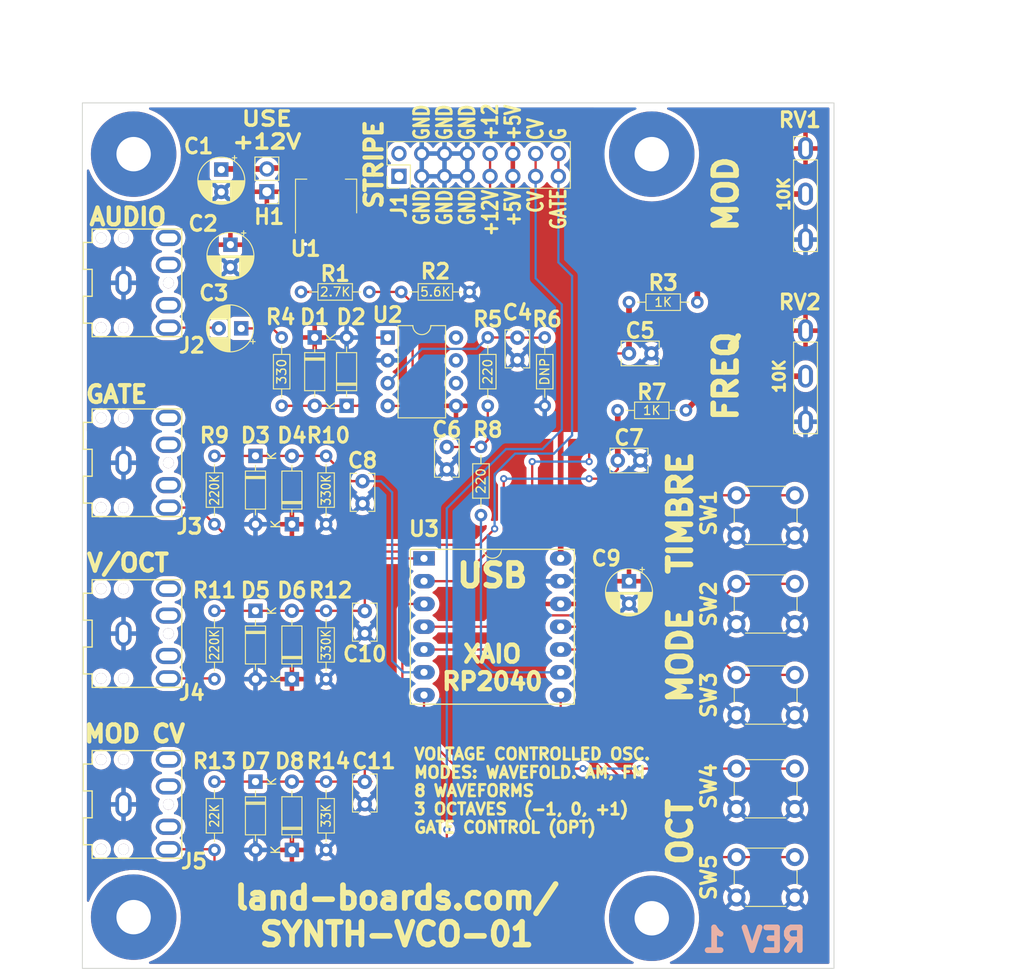
<source format=kicad_pcb>
(kicad_pcb (version 20211014) (generator pcbnew)
  (title_block (title "VOLTAGE CONTROLLED OSC") (date "2022-09-21") (rev "1") (company "LAND BOARDS, LLC"))
  (layers (0 "F.Cu" signal) (31 "B.Cu" signal) (34 "B.Paste" user) (35 "F.Paste" user) (36 "B.SilkS" user "B.Silkscreen") (37 "F.SilkS" user "F.Silkscreen") (38 "B.Mask" user) (39 "F.Mask" user) (44 "Edge.Cuts" user))
  (net 0 "")
  (net 1 "GND")
  (net 2 "+3V3")
  (net 4 "+5V")
  (net 5 "Net-(C3-Pad2)")
  (net 6 "/GATE_CTL")
  (net 7 "/FREQ_POT")
  (net 8 "/VPEROCT_CV")
  (net 9 "/MOD_POT")
  (net 10 "/MOD_CV")
  (net 11 "Net-(D1-Pad2)")
  (net 12 "/PRE_FILT")
  (net 13 "/AUD_OUT")
  (net 14 "/TIMBRE_PB")
  (net 15 "/MODE_UP_PB")
  (net 16 "/MODE_DN_PB")
  (net 18 "+12V")
  (net 19 "/CV")
  (net 20 "/GATE")
  (net 21 "/OCT_UP_PB")
  (net 22 "Net-(C1-Pad1)")
  (net 23 "Net-(C6-Pad1)")
  (net 24 "/OCT_DN_PB")
  (net 29 "/WAV")
  (net 30 "/V_OCT")
  (net 31 "Net-(R1-Pad1)")
  (net 32 "Net-(R3-Pad1)")
  (net 33 "Net-(R7-Pad1)")
  (footprint "Capacitor_THT:CP_Radial_D5.0mm_P2.50mm" (layer "F.Cu") (at 102.87 38.672888 -90)
    (fp_text reference "C2" (at -2.350888 3.048 180) (layer "F.SilkS") (effects (font (size 1.651 1.651) (thickness 0.34925))))
    (fp_text value "10uF")
    (pad "1" thru_hole rect (at 0 0 270) (size 1.6 1.6) (drill 0.8) (layers *.Cu *.Mask) (net 4 "+5V"))
    (pad "2" thru_hole circle (at 2.5 0 270) (size 1.6 1.6) (drill 0.8) (layers *.Cu *.Mask) (net 1 "GND"))
  )
  (footprint "Resistor_THT:R_Axial_DIN0204_L3.6mm_D1.6mm_P7.62mm_Horizontal" (layer "F.Cu") (at 101.092 69.85 90)
    (fp_text reference "R9" (at 9.906 0 180) (layer "F.SilkS") (effects (font (size 1.651 1.651) (thickness 0.34925))))
    (fp_text value "220K" (at 3.81 0 90) (layer "F.SilkS") (effects (font (size 1 0.889))))
    (pad "1" thru_hole circle (at 0 0 90) (size 1.4 1.4) (drill 0.7) (layers *.Cu *.Mask) (net 20 "/GATE"))
    (pad "2" thru_hole oval (at 7.62 0 90) (size 1.4 1.4) (drill 0.7) (layers *.Cu *.Mask) (net 6 "/GATE_CTL"))
  )
  (footprint "Capacitor_THT:CP_Radial_D5.0mm_P2.50mm" (layer "F.Cu") (at 147.32 76.2 -90)
    (fp_text reference "C9" (at -2.54 2.54 180) (layer "F.SilkS") (effects (font (size 1.651 1.651) (thickness 0.34925))))
    (fp_text value "10uF")
    (pad "1" thru_hole rect (at 0 0 270) (size 1.6 1.6) (drill 0.8) (layers *.Cu *.Mask) (net 2 "+3V3"))
    (pad "2" thru_hole circle (at 2.5 0 270) (size 1.6 1.6) (drill 0.8) (layers *.Cu *.Mask) (net 1 "GND"))
  )
  (footprint "Diode_THT:D_DO-35_SOD27_P7.62mm_Horizontal" (layer "F.Cu") (at 115.824 56.642 90)
    (fp_text reference "D2" (at 9.906 0.508) (layer "F.SilkS") (effects (font (size 1.651 1.651) (thickness 0.34925))))
    (fp_text value "BAT41")
    (fp_text user "K" (at 0 -1.8 90) (layer "F.SilkS"))
    (pad "1" thru_hole rect (at 0 0 90) (size 1.6 1.6) (drill 0.8) (layers *.Cu *.Mask) (net 11 "Net-(D1-Pad2)"))
    (pad "2" thru_hole oval (at 7.62 0 90) (size 1.6 1.6) (drill 0.8) (layers *.Cu *.Mask) (net 1 "GND"))
  )
  (footprint "LandBoards_MountHoles:MTG-6-32" (layer "F.Cu") (at 92.075 113.665)
    (fp_text reference "MTG2" hide)
    (fp_text value "MountingHole" hide)
    (pad "1" thru_hole circle locked (at 0 0) (size 9.525 9.525) (drill 3.8354) (layers *.Cu *.Mask) (clearance 0.508))
  )
  (footprint "LandBoards_Conns:Pot3" (layer "F.Cu") (at 167.005 48.26)
    (fp_text reference "RV2" (at -0.635 -3.175) (layer "F.SilkS") (effects (font (size 1.651 1.651) (thickness 0.34925))))
    (fp_text value "10K" (at -2.921 5.08 90) (layer "F.SilkS") (effects (font (size 1.27 1.27) (thickness 0.3175))))
    (pad "1" thru_hole oval locked (at 0 0) (size 1.651 2.54) (drill oval 0.762 1.778) (layers *.Cu *.Mask) (net 2 "+3V3"))
    (pad "2" thru_hole oval locked (at 0 5.08) (size 1.651 2.54) (drill oval 0.762 1.778) (layers *.Cu *.Mask) (net 33 "Net-(R7-Pad1)"))
    (pad "3" thru_hole oval locked (at 0 10.16) (size 1.651 2.54) (drill oval 0.762 1.778) (layers *.Cu *.Mask) (net 1 "GND"))
  )
  (footprint "Diode_THT:D_DO-35_SOD27_P7.62mm_Horizontal" (layer "F.Cu") (at 109.728 87.122 90)
    (fp_text reference "D6" (at 9.906 0) (layer "F.SilkS") (effects (font (size 1.651 1.651) (thickness 0.34925))))
    (fp_text value "BAT41")
    (fp_text user "K" (at 0 -1.8 90) (layer "F.SilkS"))
    (pad "1" thru_hole rect (at 0 0 90) (size 1.6 1.6) (drill 0.8) (layers *.Cu *.Mask) (net 2 "+3V3"))
    (pad "2" thru_hole oval (at 7.62 0 90) (size 1.6 1.6) (drill 0.8) (layers *.Cu *.Mask) (net 8 "/VPEROCT_CV"))
  )
  (footprint "Diode_THT:D_DO-35_SOD27_P7.62mm_Horizontal" (layer "F.Cu") (at 109.728 106.172 90)
    (fp_text reference "D8" (at 9.906 -0.254 180) (layer "F.SilkS") (effects (font (size 1.651 1.651) (thickness 0.34925))))
    (fp_text value "BAT41")
    (fp_text user "K" (at 0 -1.8 90) (layer "F.SilkS"))
    (pad "1" thru_hole rect (at 0 0 90) (size 1.6 1.6) (drill 0.8) (layers *.Cu *.Mask) (net 2 "+3V3"))
    (pad "2" thru_hole oval (at 7.62 0 90) (size 1.6 1.6) (drill 0.8) (layers *.Cu *.Mask) (net 10 "/MOD_CV"))
  )
  (footprint "LandBoards_MountHoles:MTG-6-32" (layer "F.Cu") (at 149.86 28.575)
    (fp_text reference "MTG3" hide)
    (fp_text value "MountingHole" hide)
    (pad "1" thru_hole circle locked (at 0 0) (size 9.525 9.525) (drill 3.8354) (layers *.Cu *.Mask) (clearance 0.508))
  )
  (footprint "Button_Switch_THT:SW_PUSH_6mm_H8.5mm" (layer "F.Cu") (at 159.31 76.49)
    (fp_text reference "SW2" (at -3.1 2.25 90) (layer "F.SilkS") (effects (font (size 1.651 1.651) (thickness 0.34925))))
    (fp_text value "SW_Push")
    (pad "1" thru_hole circle (at 6.5 0 90) (size 2 2) (drill 1.1) (layers *.Cu *.Mask) (net 15 "/MODE_UP_PB"))
    (pad "1" thru_hole circle (at 0 0 90) (size 2 2) (drill 1.1) (layers *.Cu *.Mask) (net 15 "/MODE_UP_PB"))
    (pad "2" thru_hole circle (at 0 4.5 90) (size 2 2) (drill 1.1) (layers *.Cu *.Mask) (net 1 "GND"))
    (pad "2" thru_hole circle (at 6.5 4.5 90) (size 2 2) (drill 1.1) (layers *.Cu *.Mask) (net 1 "GND"))
  )
  (footprint "Diode_THT:D_DO-35_SOD27_P7.62mm_Horizontal" (layer "F.Cu") (at 105.664 79.502 -90)
    (fp_text reference "D5" (at -2.286 0) (layer "F.SilkS") (effects (font (size 1.651 1.651) (thickness 0.34925))))
    (fp_text value "BAT41")
    (fp_text user "K" (at 0 -1.8 90) (layer "F.SilkS"))
    (pad "1" thru_hole rect (at 0 0 270) (size 1.6 1.6) (drill 0.8) (layers *.Cu *.Mask) (net 8 "/VPEROCT_CV"))
    (pad "2" thru_hole oval (at 7.62 0 270) (size 1.6 1.6) (drill 0.8) (layers *.Cu *.Mask) (net 1 "GND"))
  )
  (footprint "Button_Switch_THT:SW_PUSH_6mm_H8.5mm" (layer "F.Cu") (at 165.81 71.12 180)
    (fp_text reference "SW1" (at 9.6 2.54 90) (layer "F.SilkS") (effects (font (size 1.651 1.651) (thickness 0.34925))))
    (fp_text value "SW_Push")
    (pad "1" thru_hole circle (at 0 0 270) (size 2 2) (drill 1.1) (layers *.Cu *.Mask) (net 1 "GND"))
    (pad "1" thru_hole circle (at 6.5 0 270) (size 2 2) (drill 1.1) (layers *.Cu *.Mask) (net 1 "GND"))
    (pad "2" thru_hole circle (at 0 4.5 270) (size 2 2) (drill 1.1) (layers *.Cu *.Mask) (net 14 "/TIMBRE_PB"))
    (pad "2" thru_hole circle (at 6.5 4.5 270) (size 2 2) (drill 1.1) (layers *.Cu *.Mask) (net 14 "/TIMBRE_PB"))
  )
  (footprint "Resistor_THT:R_Axial_DIN0204_L3.6mm_D1.6mm_P7.62mm_Horizontal" (layer "F.Cu") (at 101.092 106.172 90)
    (fp_text reference "R13" (at 9.906 0 180) (layer "F.SilkS") (effects (font (size 1.651 1.651) (thickness 0.34925))))
    (fp_text value "22K" (at 3.81 0 90) (layer "F.SilkS") (effects (font (size 1 0.889))))
    (pad "1" thru_hole circle (at 0 0 90) (size 1.4 1.4) (drill 0.7) (layers *.Cu *.Mask) (net 19 "/CV"))
    (pad "2" thru_hole oval (at 7.62 0 90) (size 1.4 1.4) (drill 0.7) (layers *.Cu *.Mask) (net 10 "/MOD_CV"))
  )
  (footprint "Resistor_THT:R_Axial_DIN0204_L3.6mm_D1.6mm_P7.62mm_Horizontal" (layer "F.Cu") (at 154.94 45.085 180)
    (fp_text reference "R3" (at 3.81 2.159) (layer "F.SilkS") (effects (font (size 1.651 1.651) (thickness 0.34925))))
    (fp_text value "1K" (at 3.81 0) (layer "F.SilkS"))
    (pad "1" thru_hole circle (at 0 0 180) (size 1.4 1.4) (drill 0.7) (layers *.Cu *.Mask) (net 32 "Net-(R3-Pad1)"))
    (pad "2" thru_hole oval (at 7.62 0 180) (size 1.4 1.4) (drill 0.7) (layers *.Cu *.Mask) (net 9 "/MOD_POT"))
  )
  (footprint "Resistor_THT:R_Axial_DIN0204_L3.6mm_D1.6mm_P7.62mm_Horizontal" (layer "F.Cu") (at 118.364 43.942 180)
    (fp_text reference "R1" (at 3.81 2.032) (layer "F.SilkS") (effects (font (size 1.651 1.651) (thickness 0.34925))))
    (fp_text value "2.7K" (at 3.81 0) (layer "F.SilkS"))
    (pad "1" thru_hole circle (at 0 0 180) (size 1.4 1.4) (drill 0.7) (layers *.Cu *.Mask) (net 31 "Net-(R1-Pad1)"))
    (pad "2" thru_hole oval (at 7.62 0 180) (size 1.4 1.4) (drill 0.7) (layers *.Cu *.Mask) (net 11 "Net-(D1-Pad2)"))
  )
  (footprint "LandBoards_Conns:Jack_3.5mm_CUI_SJ1-3523N_Horizontal" (layer "F.Cu") (at 90.948 101.092 90)
    (fp_text reference "J5" (at -6.35 7.858 180) (layer "F.SilkS") (effects (font (size 1.651 1.651) (thickness 0.34925))))
    (fp_text value "AudioJack3" hide)
    (pad "90" thru_hole circle (at -5 -2.5 90) (size 1.2 1.2) (drill 1.2) (layers *.Cu *.Mask))
    (pad "90" thru_hole circle (at 0 5 90) (size 1.2 1.2) (drill 1.2) (layers *.Cu *.Mask))
    (pad "90" thru_hole circle (at 5 -2.5 90) (size 1.2 1.2) (drill 1.2) (layers *.Cu *.Mask))
    (pad "90" thru_hole circle (at 5 0 90) (size 1.2 1.2) (drill 1.2) (layers *.Cu *.Mask))
    (pad "90" thru_hole circle (at -5 0 90) (size 1.2 1.2) (drill 1.2) (layers *.Cu *.Mask))
    (pad "R" thru_hole oval (at 5 5 180) (size 2.8 1.8) (drill oval 2 1) (layers *.Cu *.Mask))
    (pad "RN" thru_hole oval (at 2 5 180) (size 2.8 1.8) (drill oval 2 1) (layers *.Cu *.Mask))
    (pad "S" thru_hole oval (at 0 0 90) (size 2.8 1.8) (drill oval 2 1) (layers *.Cu *.Mask) (net 1 "GND"))
    (pad "T" thru_hole oval (at -5 5 180) (size 2.8 1.8) (drill oval 2 1) (layers *.Cu *.Mask) (net 19 "/CV"))
    (pad "TN" thru_hole oval (at -2.5 5 180) (size 2.8 1.8) (drill oval 2 1) (layers *.Cu *.Mask))
  )
  (footprint "Capacitor_THT:C_Rect_L4.0mm_W2.5mm_P2.50mm" (layer "F.Cu") (at 117.602 65.044 -90)
    (fp_text reference "C8" (at -2.306 0 180) (layer "F.SilkS") (effects (font (size 1.651 1.651) (thickness 0.34925))))
    (fp_text value "0.01uF")
    (pad "1" thru_hole circle (at 0 0 270) (size 1.6 1.6) (drill 0.8) (layers *.Cu *.Mask) (net 6 "/GATE_CTL"))
    (pad "2" thru_hole circle (at 2.5 0 270) (size 1.6 1.6) (drill 0.8) (layers *.Cu *.Mask) (net 1 "GND"))
  )
  (footprint "Capacitor_THT:C_Rect_L4.0mm_W2.5mm_P2.50mm" (layer "F.Cu") (at 117.856 79.522 -90)
    (fp_text reference "C10" (at 4.806 0) (layer "F.SilkS") (effects (font (size 1.651 1.651) (thickness 0.34925))))
    (fp_text value "0.01uF")
    (pad "1" thru_hole circle (at 0 0 270) (size 1.6 1.6) (drill 0.8) (layers *.Cu *.Mask) (net 8 "/VPEROCT_CV"))
    (pad "2" thru_hole circle (at 2.5 0 270) (size 1.6 1.6) (drill 0.8) (layers *.Cu *.Mask) (net 1 "GND"))
  )
  (footprint "Button_Switch_THT:SW_PUSH_6mm_H8.5mm" (layer "F.Cu") (at 165.81 101.6 180)
    (fp_text reference "SW4" (at 9.6 2.54 90) (layer "F.SilkS") (effects (font (size 1.651 1.651) (thickness 0.34925))))
    (fp_text value "SW_Push")
    (pad "1" thru_hole circle (at 6.5 0 270) (size 2 2) (drill 1.1) (layers *.Cu *.Mask) (net 1 "GND"))
    (pad "1" thru_hole circle (at 0 0 270) (size 2 2) (drill 1.1) (layers *.Cu *.Mask) (net 1 "GND"))
    (pad "2" thru_hole circle (at 6.5 4.5 270) (size 2 2) (drill 1.1) (layers *.Cu *.Mask) (net 21 "/OCT_UP_PB"))
    (pad "2" thru_hole circle (at 0 4.5 270) (size 2 2) (drill 1.1) (layers *.Cu *.Mask) (net 21 "/OCT_UP_PB"))
  )
  (footprint "Diode_THT:D_DO-35_SOD27_P7.62mm_Horizontal" (layer "F.Cu") (at 105.664 62.23 -90)
    (fp_text reference "D3" (at -2.286 0 180) (layer "F.SilkS") (effects (font (size 1.651 1.651) (thickness 0.34925))))
    (fp_text value "BAT41")
    (fp_text user "K" (at 0 -1.8 90) (layer "F.SilkS"))
    (pad "1" thru_hole rect (at 0 0 270) (size 1.6 1.6) (drill 0.8) (layers *.Cu *.Mask) (net 6 "/GATE_CTL"))
    (pad "2" thru_hole oval (at 7.62 0 270) (size 1.6 1.6) (drill 0.8) (layers *.Cu *.Mask) (net 1 "GND"))
  )
  (footprint "Capacitor_THT:C_Rect_L4.0mm_W2.5mm_P2.50mm" (layer "F.Cu") (at 127 61.234 -90)
    (fp_text reference "C6" (at -1.945 0 180) (layer "F.SilkS") (effects (font (size 1.651 1.651) (thickness 0.34925))))
    (fp_text value "10nF")
    (pad "1" thru_hole circle (at 0 0 270) (size 1.6 1.6) (drill 0.8) (layers *.Cu *.Mask) (net 23 "Net-(C6-Pad1)"))
    (pad "2" thru_hole circle (at 2.5 0 270) (size 1.6 1.6) (drill 0.8) (layers *.Cu *.Mask) (net 1 "GND"))
  )
  (footprint "Resistor_THT:R_Axial_DIN0204_L3.6mm_D1.6mm_P7.62mm_Horizontal" (layer "F.Cu") (at 131.572 56.642 90)
    (fp_text reference "R5" (at 9.652 0 180) (layer "F.SilkS") (effects (font (size 1.651 1.651) (thickness 0.34925))))
    (fp_text value "220" (at 3.81 0 90) (layer "F.SilkS"))
    (pad "1" thru_hole circle (at 0 0 90) (size 1.4 1.4) (drill 0.7) (layers *.Cu *.Mask) (net 23 "Net-(C6-Pad1)"))
    (pad "2" thru_hole oval (at 7.62 0 90) (size 1.4 1.4) (drill 0.7) (layers *.Cu *.Mask) (net 12 "/PRE_FILT"))
  )
  (footprint "Resistor_THT:R_Axial_DIN0204_L3.6mm_D1.6mm_P7.62mm_Horizontal" (layer "F.Cu") (at 113.538 69.85 90)
    (fp_text reference "R10" (at 9.906 0.254 180) (layer "F.SilkS") (effects (font (size 1.651 1.651) (thickness 0.34925))))
    (fp_text value "330K" (at 3.81 0 90) (layer "F.SilkS") (effects (font (size 1 0.889))))
    (pad "1" thru_hole circle (at 0 0 90) (size 1.4 1.4) (drill 0.7) (layers *.Cu *.Mask) (net 1 "GND"))
    (pad "2" thru_hole oval (at 7.62 0 90) (size 1.4 1.4) (drill 0.7) (layers *.Cu *.Mask) (net 6 "/GATE_CTL"))
  )
  (footprint "Resistor_THT:R_Axial_DIN0204_L3.6mm_D1.6mm_P7.62mm_Horizontal" (layer "F.Cu") (at 101.092 87.122 90)
    (fp_text reference "R11" (at 9.906 0) (layer "F.SilkS") (effects (font (size 1.651 1.651) (thickness 0.34925))))
    (fp_text value "220K" (at 3.81 0 90) (layer "F.SilkS") (effects (font (size 1 0.889))))
    (pad "1" thru_hole circle (at 0 0 90) (size 1.4 1.4) (drill 0.7) (layers *.Cu *.Mask) (net 30 "/V_OCT"))
    (pad "2" thru_hole oval (at 7.62 0 90) (size 1.4 1.4) (drill 0.7) (layers *.Cu *.Mask) (net 8 "/VPEROCT_CV"))
  )
  (footprint "Capacitor_THT:C_Rect_L4.0mm_W2.5mm_P2.50mm" (layer "F.Cu") (at 117.856 98.572 -90)
    (fp_text reference "C11" (at -2.306 -1.016 180) (layer "F.SilkS") (effects (font (size 1.651 1.651) (thickness 0.34925))))
    (fp_text value "0.01uF")
    (pad "1" thru_hole circle (at 0 0 270) (size 1.6 1.6) (drill 0.8) (layers *.Cu *.Mask) (net 10 "/MOD_CV"))
    (pad "2" thru_hole circle (at 2.5 0 270) (size 1.6 1.6) (drill 0.8) (layers *.Cu *.Mask) (net 1 "GND"))
  )
  (footprint "Diode_THT:D_DO-35_SOD27_P7.62mm_Horizontal" (layer "F.Cu") (at 112.268 49.022 -90)
    (fp_text reference "D1" (at -2.286 0) (layer "F.SilkS") (effects (font (size 1.651 1.651) (thickness 0.34925))))
    (fp_text value "BAT41")
    (fp_text user "K" (at 0 -1.8 90) (layer "F.SilkS"))
    (pad "1" thru_hole rect (at 0 0 270) (size 1.6 1.6) (drill 0.8) (layers *.Cu *.Mask) (net 4 "+5V"))
    (pad "2" thru_hole oval (at 7.62 0 270) (size 1.6 1.6) (drill 0.8) (layers *.Cu *.Mask) (net 11 "Net-(D1-Pad2)"))
  )
  (footprint "Button_Switch_THT:SW_PUSH_6mm_H8.5mm" (layer "F.Cu") (at 159.31 86.65)
    (fp_text reference "SW3" (at -3.1 2.25 90) (layer "F.SilkS") (effects (font (size 1.651 1.651) (thickness 0.34925))))
    (fp_text value "SW_Push")
    (pad "1" thru_hole circle (at 0 0 90) (size 2 2) (drill 1.1) (layers *.Cu *.Mask) (net 16 "/MODE_DN_PB"))
    (pad "1" thru_hole circle (at 6.5 0 90) (size 2 2) (drill 1.1) (layers *.Cu *.Mask) (net 16 "/MODE_DN_PB"))
    (pad "2" thru_hole circle (at 0 4.5 90) (size 2 2) (drill 1.1) (layers *.Cu *.Mask) (net 1 "GND"))
    (pad "2" thru_hole circle (at 6.5 4.5 90) (size 2 2) (drill 1.1) (layers *.Cu *.Mask) (net 1 "GND"))
  )
  (footprint "Diode_THT:D_DO-35_SOD27_P7.62mm_Horizontal" (layer "F.Cu") (at 105.664 98.552 -90)
    (fp_text reference "D7" (at -2.286 0 180) (layer "F.SilkS") (effects (font (size 1.651 1.651) (thickness 0.34925))))
    (fp_text value "BAT41")
    (fp_text user "K" (at 0 -1.8 90) (layer "F.SilkS"))
    (pad "1" thru_hole rect (at 0 0 270) (size 1.6 1.6) (drill 0.8) (layers *.Cu *.Mask) (net 10 "/MOD_CV"))
    (pad "2" thru_hole oval (at 7.62 0 270) (size 1.6 1.6) (drill 0.8) (layers *.Cu *.Mask) (net 1 "GND"))
  )
  (footprint "Package_DIP:DIP-8_W7.62mm" (layer "F.Cu") (at 120.406 49.032)
    (fp_text reference "U2" (at -0.01 -2.55) (layer "F.SilkS") (effects (font (size 1.651 1.651) (thickness 0.34925))))
    (fp_text value "MCP6232")
    (pad "1" thru_hole rect (at 0 0) (size 1.6 1.6) (drill 0.8) (layers *.Cu *.Mask) (net 11 "Net-(D1-Pad2)"))
    (pad "2" thru_hole oval (at 0 2.54) (size 1.6 1.6) (drill 0.8) (layers *.Cu *.Mask) (net 1 "GND"))
    (pad "3" thru_hole oval (at 0 5.08) (size 1.6 1.6) (drill 0.8) (layers *.Cu *.Mask) (net 12 "/PRE_FILT"))
    (pad "4" thru_hole oval (at 0 7.62) (size 1.6 1.6) (drill 0.8) (layers *.Cu *.Mask) (net 31 "Net-(R1-Pad1)"))
    (pad "5" thru_hole oval (at 7.62 7.62) (size 1.6 1.6) (drill 0.8) (layers *.Cu *.Mask) (net 4 "+5V"))
    (pad "6" thru_hole oval (at 7.62 5.08) (size 1.6 1.6) (drill 0.8) (layers *.Cu *.Mask))
    (pad "7" thru_hole oval (at 7.62 2.54) (size 1.6 1.6) (drill 0.8) (layers *.Cu *.Mask))
    (pad "8" thru_hole oval (at 7.62 0) (size 1.6 1.6) (drill 0.8) (layers *.Cu *.Mask))
  )
  (footprint "Resistor_THT:R_Axial_DIN0204_L3.6mm_D1.6mm_P7.62mm_Horizontal" (layer "F.Cu") (at 108.585 49.022 -90)
    (fp_text reference "R4" (at -2.286 0.127) (layer "F.SilkS") (effects (font (size 1.651 1.651) (thickness 0.34925))))
    (fp_text value "330" (at 3.81 0 90) (layer "F.SilkS"))
    (pad "1" thru_hole circle (at 0 0 270) (size 1.4 1.4) (drill 0.7) (layers *.Cu *.Mask) (net 13 "/AUD_OUT"))
    (pad "2" thru_hole oval (at 7.62 0 270) (size 1.4 1.4) (drill 0.7) (layers *.Cu *.Mask) (net 11 "Net-(D1-Pad2)"))
  )
  (footprint "Diode_THT:D_DO-35_SOD27_P7.62mm_Horizontal" (layer "F.Cu") (at 109.728 69.85 90)
    (fp_text reference "D4" (at 9.906 0 180) (layer "F.SilkS") (effects (font (size 1.651 1.651) (thickness 0.34925))))
    (fp_text value "BAT41")
    (fp_text user "K" (at 0 -1.8 90) (layer "F.SilkS"))
    (pad "1" thru_hole rect (at 0 0 90) (size 1.6 1.6) (drill 0.8) (layers *.Cu *.Mask) (net 2 "+3V3"))
    (pad "2" thru_hole oval (at 7.62 0 90) (size 1.6 1.6) (drill 0.8) (layers *.Cu *.Mask) (net 6 "/GATE_CTL"))
  )
  (footprint "Capacitor_THT:C_Rect_L4.0mm_W2.5mm_P2.50mm" (layer "F.Cu") (at 134.874 49.042 -90)
    (fp_text reference "C4" (at -2.814 0 180) (layer "F.SilkS") (effects (font (size 1.651 1.651) (thickness 0.34925))))
    (fp_text value "10nF")
    (pad "1" thru_hole circle (at 0 0 270) (size 1.6 1.6) (drill 0.8) (layers *.Cu *.Mask) (net 12 "/PRE_FILT"))
    (pad "2" thru_hole circle (at 2.5 0 270) (size 1.6 1.6) (drill 0.8) (layers *.Cu *.Mask) (net 1 "GND"))
  )
  (footprint "Connector_PinHeader_2.54mm:PinHeader_2x08_P2.54mm_Vertical" (layer "F.Cu") (at 121.666 31.05 90)
    (fp_text reference "J1" (at -3.24 0 270) (layer "F.SilkS") (effects (font (size 1.5875 1.5875) (thickness 0.34925))))
    (fp_text value "Conn_02x08_Odd_Even")
    (pad "1" thru_hole rect (at 0 0 90) (size 1.7 1.7) (drill 1) (layers *.Cu *.Mask))
    (pad "2" thru_hole oval (at 2.54 0 90) (size 1.7 1.7) (drill 1) (layers *.Cu *.Mask))
    (pad "3" thru_hole oval (at 0 2.54 90) (size 1.7 1.7) (drill 1) (layers *.Cu *.Mask) (net 1 "GND"))
    (pad "4" thru_hole oval (at 2.54 2.54 90) (size 1.7 1.7) (drill 1) (layers *.Cu *.Mask) (net 1 "GND"))
    (pad "5" thru_hole oval (at 0 5.08 90) (size 1.7 1.7) (drill 1) (layers *.Cu *.Mask) (net 1 "GND"))
    (pad "6" thru_hole oval (at 2.54 5.08 90) (size 1.7 1.7) (drill 1) (layers *.Cu *.Mask) (net 1 "GND"))
    (pad "7" thru_hole oval (at 0 7.62 90) (size 1.7 1.7) (drill 1) (layers *.Cu *.Mask) (net 1 "GND"))
    (pad "8" thru_hole oval (at 2.54 7.62 90) (size 1.7 1.7) (drill 1) (layers *.Cu *.Mask) (net 1 "GND"))
    (pad "9" thru_hole oval (at 0 10.16 90) (size 1.7 1.7) (drill 1) (layers *.Cu *.Mask) (net 18 "+12V"))
    (pad "10" thru_hole oval (at 2.54 10.16 90) (size 1.7 1.7) (drill 1) (layers *.Cu *.Mask) (net 18 "+12V"))
    (pad "11" thru_hole oval (at 0 12.7 90) (size 1.7 1.7) (drill 1) (layers *.Cu *.Mask) (net 4 "+5V"))
    (pad "12" thru_hole oval (at 2.54 12.7 90) (size 1.7 1.7) (drill 1) (layers *.Cu *.Mask) (net 4 "+5V"))
    (pad "13" thru_hole oval (at 0 15.24 90) (size 1.7 1.7) (drill 1) (layers *.Cu *.Mask) (net 19 "/CV"))
    (pad "14" thru_hole oval (at 2.54 15.24 90) (size 1.7 1.7) (drill 1) (layers *.Cu *.Mask) (net 19 "/CV"))
    (pad "15" thru_hole oval (at 0 17.78 90) (size 1.7 1.7) (drill 1) (layers *.Cu *.Mask) (net 20 "/GATE"))
    (pad "16" thru_hole oval (at 2.54 17.78 90) (size 1.7 1.7) (drill 1) (layers *.Cu *.Mask) (net 20 "/GATE"))
  )
  (footprint "Resistor_THT:R_Axial_DIN0204_L3.6mm_D1.6mm_P7.62mm_Horizontal" (layer "F.Cu") (at 153.67 57.15 180)
    (fp_text reference "R7" (at 3.81 2.032) (layer "F.SilkS") (effects (font (size 1.651 1.651) (thickness 0.34925))))
    (fp_text value "1K" (at 3.81 0) (layer "F.SilkS"))
    (pad "1" thru_hole circle (at 0 0 180) (size 1.4 1.4) (drill 0.7) (layers *.Cu *.Mask) (net 33 "Net-(R7-Pad1)"))
    (pad "2" thru_hole oval (at 7.62 0 180) (size 1.4 1.4) (drill 0.7) (layers *.Cu *.Mask) (net 7 "/FREQ_POT"))
  )
  (footprint "LandBoards_BoardOutlines:QT_Py" (layer "F.Cu") (at 124.46 73.66)
    (fp_text reference "U3" (at 0 -3.302) (layer "F.SilkS") (effects (font (size 1.651 1.651) (thickness 0.34925))))
    (fp_text value "XIAO_RP2040")
    (pad "1" thru_hole rect (at 0 0) (size 2.4 1.6) (drill 0.8) (layers *.Cu *.Mask) (net 8 "/VPEROCT_CV"))
    (pad "2" thru_hole oval (at 0 2.54) (size 2.4 1.6) (drill 0.8) (layers *.Cu *.Mask) (net 7 "/FREQ_POT"))
    (pad "3" thru_hole oval (at 0 5.08) (size 2.4 1.6) (drill 0.8) (layers *.Cu *.Mask) (net 10 "/MOD_CV"))
    (pad "4" thru_hole oval (at 0 7.62) (size 2.4 1.6) (drill 0.8) (layers *.Cu *.Mask) (net 9 "/MOD_POT"))
    (pad "5" thru_hole oval (at 0 10.16) (size 2.4 1.6) (drill 0.8) (layers *.Cu *.Mask) (net 14 "/TIMBRE_PB"))
    (pad "6" thru_hole oval (at 0 12.7) (size 2.4 1.6) (drill 0.8) (layers *.Cu *.Mask) (net 6 "/GATE_CTL"))
    (pad "7" thru_hole oval (at 0 15.24) (size 2.4 1.6) (drill 0.8) (layers *.Cu *.Mask) (net 21 "/OCT_UP_PB"))
    (pad "8" thru_hole oval (at 15.24 15.24) (size 2.4 1.6) (drill 0.8) (layers *.Cu *.Mask) (net 24 "/OCT_DN_PB"))
    (pad "9" thru_hole oval (at 15.24 12.7) (size 2.4 1.6) (drill 0.8) (layers *.Cu *.Mask) (net 29 "/WAV"))
    (pad "10" thru_hole oval (at 15.24 10.16) (size 2.4 1.6) (drill 0.8) (layers *.Cu *.Mask) (net 16 "/MODE_DN_PB"))
    (pad "11" thru_hole oval (at 15.24 7.62) (size 2.4 1.6) (drill 0.8) (layers *.Cu *.Mask) (net 15 "/MODE_UP_PB"))
    (pad "12" thru_hole oval (at 15.24 5.08) (size 2.4 1.6) (drill 0.8) (layers *.Cu *.Mask) (net 2 "+3V3"))
    (pad "13" thru_hole oval (at 15.24 2.54) (size 2.4 1.6) (drill 0.8) (layers *.Cu *.Mask) (net 1 "GND"))
    (pad "14" thru_hole oval (at 15.24 0) (size 2.4 1.6) (drill 0.8) (layers *.Cu *.Mask) (net 4 "+5V"))
  )
  (footprint "Connector_PinHeader_2.54mm:PinHeader_1x02_P2.54mm_Vertical" (layer "F.Cu") (at 106.934 32.771 180)
    (fp_text reference "H1" (at -0.254 -2.789) (layer "F.SilkS") (effects (font (size 1.651 1.651) (thickness 0.34925))))
    (fp_text value "Conn_01x02")
    (pad "1" thru_hole rect (at 0 0 180) (size 1.7 1.7) (drill 1) (layers *.Cu *.Mask) (net 4 "+5V"))
    (pad "2" thru_hole oval (at 0 2.54 180) (size 1.7 1.7) (drill 1) (layers *.Cu *.Mask) (net 22 "Net-(C1-Pad1)"))
  )
  (footprint "LandBoards_MountHoles:MTG-6-32" (layer "F.Cu") (at 149.86 113.792)
    (fp_text reference "MTG4" hide)
    (fp_text value "MountingHole" hide)
    (pad "1" thru_hole circle locked (at 0 0) (size 9.525 9.525) (drill 3.8354) (layers *.Cu *.Mask) (clearance 0.508))
  )
  (footprint "LandBoards_MountHoles:MTG-6-32" (layer "F.Cu") (at 92.075 28.575)
    (fp_text reference "MTG1" hide)
    (fp_text value "MountingHole" hide)
    (pad "1" thru_hole circle locked (at 0 0) (size 9.525 9.525) (drill 3.8354) (layers *.Cu *.Mask) (clearance 0.508))
  )
  (footprint "Resistor_THT:R_Axial_DIN0204_L3.6mm_D1.6mm_P7.62mm_Horizontal" (layer "F.Cu") (at 113.538 106.172 90)
    (fp_text reference "R14" (at 9.906 0.254 180) (layer "F.SilkS") (effects (font (size 1.651 1.651) (thickness 0.34925))))
    (fp_text value "33K" (at 3.81 0 90) (layer "F.SilkS") (effects (font (size 1 0.889))))
    (pad "1" thru_hole circle (at 0 0 90) (size 1.4 1.4) (drill 0.7) (layers *.Cu *.Mask) (net 1 "GND"))
    (pad "2" thru_hole oval (at 7.62 0 90) (size 1.4 1.4) (drill 0.7) (layers *.Cu *.Mask) (net 10 "/MOD_CV"))
  )
  (footprint "Capacitor_THT:C_Rect_L4.0mm_W2.5mm_P2.50mm" (layer "F.Cu") (at 147.32 50.8)
    (fp_text reference "C5" (at 1.25 -2.54) (layer "F.SilkS") (effects (font (size 1.651 1.651) (thickness 0.34925))))
    (fp_text value "0.1uF")
    (pad "1" thru_hole circle (at 0 0) (size 1.6 1.6) (drill 0.8) (layers *.Cu *.Mask) (net 9 "/MOD_POT"))
    (pad "2" thru_hole circle (at 2.5 0) (size 1.6 1.6) (drill 0.8) (layers *.Cu *.Mask) (net 1 "GND"))
  )
  (footprint "Resistor_THT:R_Axial_DIN0204_L3.6mm_D1.6mm_P7.62mm_Horizontal" (layer "F.Cu") (at 129.54 43.942 180)
    (fp_text reference "R2" (at 3.81 2.286) (layer "F.SilkS") (effects (font (size 1.651 1.651) (thickness 0.34925))))
    (fp_text value "5.6K" (at 3.81 0) (layer "F.SilkS"))
    (pad "1" thru_hole circle (at 0 0 180) (size 1.4 1.4) (drill 0.7) (layers *.Cu *.Mask) (net 1 "GND"))
    (pad "2" thru_hole oval (at 7.62 0 180) (size 1.4 1.4) (drill 0.7) (layers *.Cu *.Mask) (net 31 "Net-(R1-Pad1)"))
  )
  (footprint "Button_Switch_THT:SW_PUSH_6mm_H8.5mm" (layer "F.Cu") (at 159.31 106.97)
    (fp_text reference "SW5" (at -3.1 2.25 90) (layer "F.SilkS") (effects (font (size 1.651 1.651) (thickness 0.34925))))
    (fp_text value "SW_Push")
    (pad "1" thru_hole circle (at 6.5 0 90) (size 2 2) (drill 1.1) (layers *.Cu *.Mask) (net 24 "/OCT_DN_PB"))
    (pad "1" thru_hole circle (at 0 0 90) (size 2 2) (drill 1.1) (layers *.Cu *.Mask) (net 24 "/OCT_DN_PB"))
    (pad "2" thru_hole circle (at 6.5 4.5 90) (size 2 2) (drill 1.1) (layers *.Cu *.Mask) (net 1 "GND"))
    (pad "2" thru_hole circle (at 0 4.5 90) (size 2 2) (drill 1.1) (layers *.Cu *.Mask) (net 1 "GND"))
  )
  (footprint "LandBoards_Conns:Pot3" (layer "F.Cu") (at 167.005 27.945)
    (fp_text reference "RV1" (at -0.635 -3.18) (layer "F.SilkS") (effects (font (size 1.651 1.651) (thickness 0.34925))))
    (fp_text value "10K" (at -2.413 5.075 90) (layer "F.SilkS") (effects (font (size 1.27 1.27) (thickness 0.3175))))
    (pad "1" thru_hole oval locked (at 0 0) (size 1.651 2.54) (drill oval 0.762 1.778) (layers *.Cu *.Mask) (net 2 "+3V3"))
    (pad "2" thru_hole oval locked (at 0 5.08) (size 1.651 2.54) (drill oval 0.762 1.778) (layers *.Cu *.Mask) (net 32 "Net-(R3-Pad1)"))
    (pad "3" thru_hole oval locked (at 0 10.16) (size 1.651 2.54) (drill oval 0.762 1.778) (layers *.Cu *.Mask) (net 1 "GND"))
  )
  (footprint "Resistor_THT:R_Axial_DIN0204_L3.6mm_D1.6mm_P7.62mm_Horizontal" (layer "F.Cu") (at 137.922 49.022 -90)
    (fp_text reference "R6" (at -2.032 -0.254 180) (layer "F.SilkS") (effects (font (size 1.651 1.651) (thickness 0.34925))))
    (fp_text value "DNP" (at 3.81 0 90) (layer "F.SilkS"))
    (pad "1" thru_hole circle (at 0 0 270) (size 1.4 1.4) (drill 0.7) (layers *.Cu *.Mask) (net 12 "/PRE_FILT"))
    (pad "2" thru_hole oval (at 7.62 0 270) (size 1.4 1.4) (drill 0.7) (layers *.Cu *.Mask) (net 1 "GND"))
  )
  (footprint "Resistor_THT:R_Axial_DIN0204_L3.6mm_D1.6mm_P7.62mm_Horizontal" (layer "F.Cu") (at 130.81 68.834 90)
    (fp_text reference "R8" (at 9.525 0.762 180) (layer "F.SilkS") (effects (font (size 1.651 1.651) (thickness 0.34925))))
    (fp_text value "220" (at 3.81 0 90) (layer "F.SilkS"))
    (pad "1" thru_hole circle (at 0 0 90) (size 1.4 1.4) (drill 0.7) (layers *.Cu *.Mask) (net 29 "/WAV"))
    (pad "2" thru_hole oval (at 7.62 0 90) (size 1.4 1.4) (drill 0.7) (layers *.Cu *.Mask) (net 23 "Net-(C6-Pad1)"))
  )
  (footprint "LandBoards_Conns:Jack_3.5mm_CUI_SJ1-3523N_Horizontal" (layer "F.Cu") (at 90.948 62.992 90)
    (fp_text reference "J3" (at -7.112 7.35 180) (layer "F.SilkS") (effects (font (size 1.651 1.651) (thickness 0.34925))))
    (fp_text value "AudioJack3" hide)
    (pad "90" thru_hole circle (at -5 -2.5 90) (size 1.2 1.2) (drill 1.2) (layers *.Cu *.Mask))
    (pad "90" thru_hole circle (at 5 0 90) (size 1.2 1.2) (drill 1.2) (layers *.Cu *.Mask))
    (pad "90" thru_hole circle (at 5 -2.5 90) (size 1.2 1.2) (drill 1.2) (layers *.Cu *.Mask))
    (pad "90" thru_hole circle (at 0 5 90) (size 1.2 1.2) (drill 1.2) (layers *.Cu *.Mask))
    (pad "90" thru_hole circle (at -5 0 90) (size 1.2 1.2) (drill 1.2) (layers *.Cu *.Mask))
    (pad "R" thru_hole oval (at 5 5 180) (size 2.8 1.8) (drill oval 2 1) (layers *.Cu *.Mask))
    (pad "RN" thru_hole oval (at 2 5 180) (size 2.8 1.8) (drill oval 2 1) (layers *.Cu *.Mask))
    (pad "S" thru_hole oval (at 0 0 90) (size 2.8 1.8) (drill oval 2 1) (layers *.Cu *.Mask) (net 1 "GND"))
    (pad "T" thru_hole oval (at -5 5 180) (size 2.8 1.8) (drill oval 2 1) (layers *.Cu *.Mask) (net 20 "/GATE"))
    (pad "TN" thru_hole oval (at -2.5 5 180) (size 2.8 1.8) (drill oval 2 1) (layers *.Cu *.Mask))
  )
  (footprint "Capacitor_THT:CP_Radial_D5.0mm_P2.50mm" (layer "F.Cu") (at 104.075113 48.006 180)
    (fp_text reference "C3" (at 3.048 3.937) (layer "F.SilkS") (effects (font (size 1.651 1.651) (thickness 0.34925))))
    (fp_text value "10uF")
    (pad "1" thru_hole rect (at 0 0 180) (size 1.6 1.6) (drill 0.8) (layers *.Cu *.Mask) (net 13 "/AUD_OUT"))
    (pad "2" thru_hole circle (at 2.5 0 180) (size 1.6 1.6) (drill 0.8) (layers *.Cu *.Mask) (net 5 "Net-(C3-Pad2)"))
  )
  (footprint "LandBoards_Conns:Jack_3.5mm_CUI_SJ1-3523N_Horizontal" (layer "F.Cu") (at 90.948 82.042 90)
    (fp_text reference "J4" (at -6.604 7.604 180) (layer "F.SilkS") (effects (font (size 1.651 1.651) (thickness 0.34925))))
    (fp_text value "AudioJack3" hide)
    (pad "90" thru_hole circle (at 5 -2.5 90) (size 1.2 1.2) (drill 1.2) (layers *.Cu *.Mask))
    (pad "90" thru_hole circle (at 5 0 90) (size 1.2 1.2) (drill 1.2) (layers *.Cu *.Mask))
    (pad "90" thru_hole circle (at 0 5 90) (size 1.2 1.2) (drill 1.2) (layers *.Cu *.Mask))
    (pad "90" thru_hole circle (at -5 0 90) (size 1.2 1.2) (drill 1.2) (layers *.Cu *.Mask))
    (pad "90" thru_hole circle (at -5 -2.5 90) (size 1.2 1.2) (drill 1.2) (layers *.Cu *.Mask))
    (pad "R" thru_hole oval (at 5 5 180) (size 2.8 1.8) (drill oval 2 1) (layers *.Cu *.Mask))
    (pad "RN" thru_hole oval (at 2 5 180) (size 2.8 1.8) (drill oval 2 1) (layers *.Cu *.Mask))
    (pad "S" thru_hole oval (at 0 0 90) (size 2.8 1.8) (drill oval 2 1) (layers *.Cu *.Mask) (net 1 "GND"))
    (pad "T" thru_hole oval (at -5 5 180) (size 2.8 1.8) (drill oval 2 1) (layers *.Cu *.Mask) (net 30 "/V_OCT"))
    (pad "TN" thru_hole oval (at -2.5 5 180) (size 2.8 1.8) (drill oval 2 1) (layers *.Cu *.Mask))
  )
  (footprint "Capacitor_THT:CP_Radial_D5.0mm_P2.50mm" (layer "F.Cu") (at 101.854 30.290888 -90)
    (fp_text reference "C1" (at -2.604888 2.54 180) (layer "F.SilkS") (effects (font (size 1.651 1.651) (thickness 0.34925))))
    (fp_text value "10uF")
    (pad "1" thru_hole rect (at 0 0 270) (size 1.6 1.6) (drill 0.8) (layers *.Cu *.Mask) (net 22 "Net-(C1-Pad1)"))
    (pad "2" thru_hole circle (at 2.5 0 270) (size 1.6 1.6) (drill 0.8) (layers *.Cu *.Mask) (net 1 "GND"))
  )
  (footprint "LandBoards_Conns:Jack_3.5mm_CUI_SJ1-3523N_Horizontal" (layer "F.Cu") (at 90.948 42.926 90)
    (fp_text reference "J2" (at -6.985 7.62 180) (layer "F.SilkS") (effects (font (size 1.651 1.651) (thickness 0.34925))))
    (fp_text value "AudioJack3" hide)
    (pad "90" thru_hole circle (at 5 0 90) (size 1.2 1.2) (drill 1.2) (layers *.Cu *.Mask))
    (pad "90" thru_hole circle (at 5 -2.5 90) (size 1.2 1.2) (drill 1.2) (layers *.Cu *.Mask))
    (pad "90" thru_hole circle (at -5 0 90) (size 1.2 1.2) (drill 1.2) (layers *.Cu *.Mask))
    (pad "90" thru_hole circle (at 0 5 90) (size 1.2 1.2) (drill 1.2) (layers *.Cu *.Mask))
    (pad "90" thru_hole circle (at -5 -2.5 90) (size 1.2 1.2) (drill 1.2) (layers *.Cu *.Mask))
    (pad "R" thru_hole oval (at 5 5 180) (size 2.8 1.8) (drill oval 2 1) (layers *.Cu *.Mask))
    (pad "RN" thru_hole oval (at 2 5 180) (size 2.8 1.8) (drill oval 2 1) (layers *.Cu *.Mask))
    (pad "S" thru_hole oval (at 0 0 90) (size 2.8 1.8) (drill oval 2 1) (layers *.Cu *.Mask) (net 1 "GND"))
    (pad "T" thru_hole oval (at -5 5 180) (size 2.8 1.8) (drill oval 2 1) (layers *.Cu *.Mask) (net 5 "Net-(C3-Pad2)"))
    (pad "TN" thru_hole oval (at -2.5 5 180) (size 2.8 1.8) (drill oval 2 1) (layers *.Cu *.Mask))
  )
  (footprint "Resistor_THT:R_Axial_DIN0204_L3.6mm_D1.6mm_P7.62mm_Horizontal" (layer "F.Cu") (at 113.538 87.122 90)
    (fp_text reference "R12" (at 9.906 0.508) (layer "F.SilkS") (effects (font (size 1.651 1.651) (thickness 0.34925))))
    (fp_text value "330K" (at 3.81 0 90) (layer "F.SilkS") (effects (font (size 1 0.889))))
    (pad "1" thru_hole circle (at 0 0 90) (size 1.4 1.4) (drill 0.7) (layers *.Cu *.Mask) (net 1 "GND"))
    (pad "2" thru_hole oval (at 7.62 0 90) (size 1.4 1.4) (drill 0.7) (layers *.Cu *.Mask) (net 8 "/VPEROCT_CV"))
  )
  (footprint "Package_TO_SOT_SMD:SOT-223" (layer "F.Cu") (at 113.538 33.274 90)
    (fp_text reference "U1" (at -5.842 -2.286 180) (layer "F.SilkS") (effects (font (size 1.651 1.651) (thickness 0.34925))))
    (fp_text value "AZ1117-5")
    (pad "1" smd rect (at -3.15 -2.3 90) (size 2 1.5) (layers "F.Cu" "F.Paste" "F.Mask") (net 1 "GND"))
    (pad "2" smd rect (at -3.15 0 90) (size 2 1.5) (layers "F.Cu" "F.Paste" "F.Mask") (net 22 "Net-(C1-Pad1)"))
    (pad "3" smd rect (at -3.15 2.3 90) (size 2 1.5) (layers "F.Cu" "F.Paste" "F.Mask") (net 18 "+12V"))
    (pad "4" smd rect (at 3.15 0 90) (size 2 3.8) (layers "F.Cu" "F.Paste" "F.Mask") (net 22 "Net-(C1-Pad1)"))
  )
  (footprint "Capacitor_THT:C_Rect_L4.0mm_W2.5mm_P2.50mm" (layer "F.Cu") (at 146.07 62.738)
    (fp_text reference "C7" (at 1.25 -2.54) (layer "F.SilkS") (effects (font (size 1.651 1.651) (thickness 0.34925))))
    (fp_text value "0.1uF")
    (pad "1" thru_hole circle (at 0 0) (size 1.6 1.6) (drill 0.8) (layers *.Cu *.Mask) (net 7 "/FREQ_POT"))
    (pad "2" thru_hole circle (at 2.5 0) (size 1.6 1.6) (drill 0.8) (layers *.Cu *.Mask) (net 1 "GND"))
  )
  (gr_rect (start 86.36 22.86) (end 170.18 119.38) (layer "Edge.Cuts") (width 0.1) (fill none))
  (gr_text "REV 1" (at 161.29 116.205) (layer "B.SilkS") (effects (font (size 2.54 2.54) (thickness 0.635)) (justify mirror)))
  (gr_text "XAIO\nRP2040" (at 132.08 85.852) (layer "F.SilkS") (effects (font (size 1.905 1.905) (thickness 0.47625))))
  (gr_text "STRIPE" (at 118.872 29.718 90) (layer "F.SilkS") (effects (font (size 1.905 1.905) (thickness 0.47625))))
  (gr_text "MOD" (at 158.115 33.02 90) (layer "F.SilkS") (effects (font (size 2.54 2.54) (thickness 0.635))))
  (gr_text "GND" (at 126.746 27.178 90) (layer "F.SilkS") (effects (font (size 1.651 1.27) (thickness 0.3175)) (justify left)))
  (gr_text "GND" (at 129.286 27.178 90) (layer "F.SilkS") (effects (font (size 1.651 1.27) (thickness 0.3175)) (justify left)))
  (gr_text "GATE" (at 90.17 55.372) (layer "F.SilkS") (effects (font (size 1.8796 1.905) (thickness 0.4699))))
  (gr_text "CV" (at 136.906 32.512 90) (layer "F.SilkS") (effects (font (size 1.651 1.27) (thickness 0.3175)) (justify right)))
  (gr_text "AUDIO" (at 91.44 35.56) (layer "F.SilkS") (effects (font (size 1.8796 1.905) (thickness 0.4699))))
  (gr_text "+5V" (at 134.366 27.18 90) (layer "F.SilkS") (effects (font (size 1.651 1.27) (thickness 0.3175)) (justify left)))
  (gr_text "OCT" (at 153.035 104.14 90) (layer "F.SilkS") (effects (font (size 2.54 2.54) (thickness 0.635))))
  (gr_text "land-boards.com/\nSYNTH-VCO-01" (at 121.412 113.538) (layer "F.SilkS") (effects (font (size 2.54 2.54) (thickness 0.635))))
  (gr_text "GND" (at 124.206 32.38 90) (layer "F.SilkS") (effects (font (size 1.651 1.27) (thickness 0.3175)) (justify right)))
  (gr_text "V/OCT" (at 91.44 74.168) (layer "F.SilkS") (effects (font (size 1.905 1.905) (thickness 0.47625))))
  (gr_text "+12V" (at 131.856 32.38 90) (layer "F.SilkS") (effects (font (size 1.651 1.27) (thickness 0.3175)) (justify right)))
  (gr_text "TIMBRE" (at 153.035 68.58 90) (layer "F.SilkS") (effects (font (size 2.54 2.54) (thickness 0.635))))
  (gr_text "+5V" (at 134.366 32.512 90) (layer "F.SilkS") (effects (font (size 1.651 1.27) (thickness 0.3175)) (justify right)))
  (gr_text "GND" (at 129.286 32.38 90) (layer "F.SilkS") (effects (font (size 1.651 1.27) (thickness 0.3175)) (justify right)))
  (gr_text "GATE" (at 139.446 32.258 90) (layer "F.SilkS") (effects (font (size 1.651 1.27) (thickness 0.3175)) (justify right)))
  (gr_text "MOD CV" (at 92.202 93.218) (layer "F.SilkS") (effects (font (size 1.905 1.905) (thickness 0.47625))))
  (gr_text "CV" (at 136.906 27.178 90) (layer "F.SilkS") (effects (font (size 1.651 1.27) (thickness 0.3175)) (justify left)))
  (gr_text "USB" (at 132.08 75.565) (layer "F.SilkS") (effects (font (size 2.54 2.54) (thickness 0.635))))
  (gr_text "FREQ" (at 158.115 53.34 90) (layer "F.SilkS") (effects (font (size 2.54 2.54) (thickness 0.635))))
  (gr_text "+12" (at 131.826 27.18 90) (layer "F.SilkS") (effects (font (size 1.651 1.27) (thickness 0.3175)) (justify left)))
  (gr_text "GND" (at 124.206 27.178 90) (layer "F.SilkS") (effects (font (size 1.651 1.27) (thickness 0.3175)) (justify left)))
  (gr_text "MODE" (at 153.035 84.455 90) (layer "F.SilkS") (effects (font (size 2.54 2.54) (thickness 0.635))))
  (gr_text "VOLTAGE CONTROLLED OSC.\nMODES: WAVEFOLD. AM, FM\n8 WAVEFORMS\n3 OCTAVES  (-1, 0, +1)\nGATE CONTROL (OPT)" (at 123.19 99.568) (layer "F.SilkS") (effects (font (size 1.27 1.27) (thickness 0.3175)) (justify left)))
  (gr_text "GND" (at 126.746 32.38 90) (layer "F.SilkS") (effects (font (size 1.651 1.27) (thickness 0.3175)) (justify right)))
  (gr_text "G" (at 139.446 27.178 90) (layer "F.SilkS") (effects (font (size 1.651 1.27) (thickness 0.3175)) (justify left)))
  (gr_text "USE\n+12V" (at 106.934 25.908) (layer "F.SilkS") (effects (font (size 1.5875 1.905) (thickness 0.381))))
  (segment (start 111.238 38.622) (end 111.238 36.424) (width 0.254) (layer "F.Cu") (net 1))
  (via (at 111.238 38.622) (size 0.8) (drill 0.4) (layers "F.Cu" "B.Cu") (net 1))
  (segment (start 144.145 76.2) (end 147.32 76.2) (width 0.254) (layer "F.Cu") (net 2))
  (segment (start 141.605 78.74) (end 144.145 76.2) (width 0.254) (layer "F.Cu") (net 2))
  (segment (start 139.7 78.74) (end 141.605 78.74) (width 0.254) (layer "F.Cu") (net 2))
  (segment (start 139.7 73.66) (end 139.7 58.42) (width 0.635) (layer "F.Cu") (net 4))
  (segment (start 95.948 47.926) (end 101.495113 47.926) (width 0.254) (layer "F.Cu") (net 5))
  (segment (start 109.728 62.23) (end 113.538 62.23) (width 0.254) (layer "F.Cu") (net 6))
  (segment (start 101.092 62.23) (end 109.982 62.23) (width 0.254) (layer "F.Cu") (net 6))
  (segment (start 116.352 65.044) (end 113.538 62.23) (width 0.254) (layer "F.Cu") (net 6))
  (segment (start 117.602 65.044) (end 116.352 65.044) (width 0.254) (layer "F.Cu") (net 6))
  (segment (start 124.46 86.36) (end 122.174 86.36) (width 0.254) (layer "B.Cu") (net 6))
  (segment (start 122.174 86.36) (end 120.904 85.09) (width 0.254) (layer "B.Cu") (net 6))
  (segment (start 120.904 85.09) (end 120.904 66.294) (width 0.254) (layer "B.Cu") (net 6))
  (segment (start 117.602 65.044) (end 119.654 65.044) (width 0.254) (layer "B.Cu") (net 6))
  (segment (start 119.654 65.044) (end 120.904 66.294) (width 0.254) (layer "B.Cu") (net 6))
  (segment (start 142.875 64.77) (end 145.034 64.77) (width 0.254) (layer "F.Cu") (net 7))
  (segment (start 133.35 71.12) (end 133.35 64.77) (width 0.254) (layer "F.Cu") (net 7))
  (segment (start 124.46 76.2) (end 128.27 76.2) (width 0.254) (layer "F.Cu") (net 7))
  (segment (start 128.27 76.2) (end 133.35 71.12) (width 0.254) (layer "F.Cu") (net 7))
  (segment (start 146.07 63.734) (end 146.07 61.976) (width 0.254) (layer "F.Cu") (net 7))
  (segment (start 146.07 61.976) (end 146.07 57.17) (width 0.635) (layer "F.Cu") (net 7))
  (segment (start 145.034 64.77) (end 146.07 63.734) (width 0.254) (layer "F.Cu") (net 7))
  (via (at 133.35 64.77) (size 0.8) (drill 0.4) (layers "F.Cu" "B.Cu") (net 7))
  (via (at 142.875 64.77) (size 0.8) (drill 0.4) (layers "F.Cu" "B.Cu") (net 7))
  (segment (start 133.35 64.77) (end 142.875 64.77) (width 0.254) (layer "B.Cu") (net 7))
  (segment (start 113.538 79.502) (end 117.836 79.502) (width 0.254) (layer "F.Cu") (net 8))
  (segment (start 119.888 73.66) (end 117.856 75.692) (width 0.254) (layer "F.Cu") (net 8))
  (segment (start 109.728 79.502) (end 113.538 79.502) (width 0.254) (layer "F.Cu") (net 8))
  (segment (start 101.092 79.502) (end 105.664 79.502) (width 0.254) (layer "F.Cu") (net 8))
  (segment (start 117.856 75.692) (end 117.856 79.522) (width 0.254) (layer "F.Cu") (net 8))
  (segment (start 124.46 73.66) (end 119.888 73.66) (width 0.254) (layer "F.Cu") (net 8))
  (segment (start 109.728 79.502) (end 105.664 79.502) (width 0.254) (layer "F.Cu") (net 8))
  (segment (start 136.525 76.2) (end 136.525 62.865) (width 0.254) (layer "F.Cu") (net 9))
  (segment (start 142.875 62.865) (end 142.875 52.705) (width 0.254) (layer "F.Cu") (net 9))
  (segment (start 142.875 52.705) (end 144.78 50.8) (width 0.254) (layer "F.Cu") (net 9))
  (segment (start 131.445 81.28) (end 136.525 76.2) (width 0.254) (layer "F.Cu") (net 9))
  (segment (start 144.78 50.8) (end 147.32 50.8) (width 0.254) (layer "F.Cu") (net 9))
  (segment (start 147.32 50.8) (end 147.32 45.085) (width 0.635) (layer "F.Cu") (net 9))
  (segment (start 124.46 81.28) (end 131.445 81.28) (width 0.254) (layer "F.Cu") (net 9))
  (via (at 142.875 62.865) (size 0.8) (drill 0.4) (layers "F.Cu" "B.Cu") (net 9))
  (via (at 136.525 62.865) (size 0.8) (drill 0.4) (layers "F.Cu" "B.Cu") (net 9))
  (segment (start 136.525 62.865) (end 142.875 62.865) (width 0.254) (layer "B.Cu") (net 9))
  (segment (start 101.6 98.552) (end 113.538 98.552) (width 0.254) (layer "F.Cu") (net 10))
  (segment (start 122.047 79.375) (end 122.047 92.329) (width 0.254) (layer "F.Cu") (net 10))
  (segment (start 113.538 98.552) (end 118.598 98.552) (width 0.254) (layer "F.Cu") (net 10))
  (segment (start 117.856 96.52) (end 117.856 98.572) (width 0.254) (layer "F.Cu") (net 10))
  (segment (start 122.047 92.329) (end 117.856 96.52) (width 0.254) (layer "F.Cu") (net 10))
  (segment (start 124.46 78.74) (end 122.682 78.74) (width 0.254) (layer "F.Cu") (net 10))
  (segment (start 122.682 78.74) (end 122.047 79.375) (width 0.254) (layer "F.Cu") (net 10))
  (segment (start 120.406 49.032) (end 118.608 49.032) (width 0.254) (layer "F.Cu") (net 11))
  (segment (start 117.856 49.784) (end 117.856 48.800978) (width 0.254) (layer "F.Cu") (net 11))
  (segment (start 108.585 56.642) (end 112.268 56.642) (width 0.254) (layer "F.Cu") (net 11))
  (segment (start 117.094 56.642) (end 115.824 56.642) (width 0.254) (layer "F.Cu") (net 11))
  (segment (start 117.856 48.800978) (end 112.997022 43.942) (width 0.254) (layer "F.Cu") (net 11))
  (segment (start 112.268 56.642) (end 115.824 56.642) (width 0.254) (layer "F.Cu") (net 11))
  (segment (start 117.856 55.88) (end 117.094 56.642) (width 0.254) (layer "F.Cu") (net 11))
  (segment (start 117.856 49.784) (end 117.856 55.88) (width 0.254) (layer "F.Cu") (net 11))
  (segment (start 112.997022 43.942) (end 110.744 43.942) (width 0.254) (layer "F.Cu") (net 11))
  (segment (start 118.608 49.032) (end 117.856 49.784) (width 0.254) (layer "F.Cu") (net 11))
  (segment (start 131.572 49.022) (end 134.854 49.022) (width 0.254) (layer "F.Cu") (net 12))
  (segment (start 134.874 49.042) (end 137.902 49.042) (width 0.254) (layer "F.Cu") (net 12))
  (segment (start 120.406 54.112) (end 124.226 50.292) (width 0.254) (layer "B.Cu") (net 12))
  (segment (start 124.226 50.292) (end 130.302 50.292) (width 0.254) (layer "B.Cu") (net 12))
  (segment (start 130.302 50.292) (end 131.572 49.022) (width 0.254) (layer "B.Cu") (net 12))
  (segment (start 104.075113 48.006) (end 107.569 48.006) (width 0.254) (layer "F.Cu") (net 13))
  (segment (start 107.569 48.006) (end 108.585 49.022) (width 0.254) (layer "F.Cu") (net 13))
  (segment (start 159.31 66.62) (end 165.81 66.62) (width 0.254) (layer "F.Cu") (net 14))
  (segment (start 152.908 80.01) (end 154.94 77.978) (width 0.254) (layer "F.Cu") (net 14))
  (segment (start 154.94 77.978) (end 154.94 69.088) (width 0.254) (layer "F.Cu") (net 14))
  (segment (start 124.46 83.82) (end 132.715 83.82) (width 0.254) (layer "F.Cu") (net 14))
  (segment (start 154.94 69.088) (end 157.408 66.62) (width 0.254) (layer "F.Cu") (net 14))
  (segment (start 132.715 83.82) (end 136.525 80.01) (width 0.254) (layer "F.Cu") (net 14))
  (segment (start 136.525 80.01) (end 152.908 80.01) (width 0.254) (layer "F.Cu") (net 14))
  (segment (start 157.408 66.62) (end 159.31 66.62) (width 0.254) (layer "F.Cu") (net 14))
  (segment (start 159.31 76.49) (end 165.81 76.49) (width 0.254) (layer "F.Cu") (net 15))
  (segment (start 139.7 81.28) (end 154.52 81.28) (width 0.254) (layer "F.Cu") (net 15))
  (segment (start 154.52 81.28) (end 159.31 76.49) (width 0.254) (layer "F.Cu") (net 15))
  (segment (start 156.48 83.82) (end 159.31 86.65) (width 0.254) (layer "F.Cu") (net 16))
  (segment (start 159.31 86.65) (end 165.81 86.65) (width 0.254) (layer "F.Cu") (net 16))
  (segment (start 139.7 83.82) (end 156.48 83.82) (width 0.254) (layer "F.Cu") (net 16))
  (segment (start 115.838 36.424) (end 128.93 36.424) (width 0.635) (layer "F.Cu") (net 18))
  (segment (start 128.93 36.424) (end 131.826 33.528) (width 0.635) (layer "F.Cu") (net 18))
  (segment (start 131.826 33.528) (end 131.826 31.05) (width 0.254) (layer "F.Cu") (net 18))
  (segment (start 131.826 31.05) (end 131.826 28.51) (width 0.254) (layer "F.Cu") (net 18))
  (segment (start 127 106.172) (end 127 103.886) (width 0.254) (layer "F.Cu") (net 19))
  (segment (start 136.906 28.51) (end 136.906 31.05) (width 0.254) (layer "F.Cu") (net 19))
  (segment (start 124.46 108.712) (end 127 106.172) (width 0.254) (layer "F.Cu") (net 19))
  (segment (start 102.108 108.712) (end 124.46 108.712) (width 0.254) (layer "F.Cu") (net 19))
  (segment (start 95.948 106.092) (end 101.012 106.092) (width 0.254) (layer "F.Cu") (net 19))
  (segment (start 101.092 106.172) (end 101.092 107.696) (width 0.254) (layer "F.Cu") (net 19))
  (segment (start 101.092 107.696) (end 102.108 108.712) (width 0.254) (layer "F.Cu") (net 19))
  (via (at 127 103.886) (size 0.8) (drill 0.4) (layers "F.Cu" "B.Cu") (net 19))
  (segment (start 137.668 61.468) (end 133.604 61.468) (width 0.254) (layer "B.Cu") (net 19))
  (segment (start 127 68.072) (end 133.604 61.468) (width 0.254) (layer "B.Cu") (net 19))
  (segment (start 136.906 31.05) (end 136.906 42.418) (width 0.254) (layer "B.Cu") (net 19))
  (segment (start 139.827 45.339) (end 139.827 59.309) (width 0.254) (layer "B.Cu") (net 19))
  (segment (start 127 103.886) (end 127 68.072) (width 0.254) (layer "B.Cu") (net 19))
  (segment (start 139.827 59.309) (end 137.668 61.468) (width 0.254) (layer "B.Cu") (net 19))
  (segment (start 136.906 42.418) (end 139.827 45.339) (width 0.254) (layer "B.Cu") (net 19))
  (segment (start 99.234 67.992) (end 101.092 69.85) (width 0.254) (layer "F.Cu") (net 20))
  (segment (start 130.556 72.136) (end 132.334 70.358) (width 0.254) (layer "F.Cu") (net 20))
  (segment (start 103.378 72.136) (end 130.556 72.136) (width 0.254) (layer "F.Cu") (net 20))
  (segment (start 139.446 28.51) (end 139.446 31.05) (width 0.254) (layer "F.Cu") (net 20))
  (segment (start 101.092 69.85) (end 103.378 72.136) (width 0.254) (layer "F.Cu") (net 20))
  (segment (start 95.948 67.992) (end 99.234 67.992) (width 0.254) (layer "F.Cu") (net 20))
  (via (at 132.334 70.358) (size 0.8) (drill 0.4) (layers "F.Cu" "B.Cu") (net 20))
  (segment (start 139.446 31.05) (end 139.446 40.64) (width 0.254) (layer "B.Cu") (net 20))
  (segment (start 140.97 59.944) (end 140.97 42.164) (width 0.254) (layer "B.Cu") (net 20))
  (segment (start 132.334 70.358) (end 132.334 64.262) (width 0.254) (layer "B.Cu") (net 20))
  (segment (start 138.938 61.976) (end 140.97 59.944) (width 0.254) (layer "B.Cu") (net 20))
  (segment (start 134.62 61.976) (end 138.938 61.976) (width 0.254) (layer "B.Cu") (net 20))
  (segment (start 132.334 64.262) (end 134.62 61.976) (width 0.254) (layer "B.Cu") (net 20))
  (segment (start 139.446 40.64) (end 140.97 42.164) (width 0.254) (layer "B.Cu") (net 20))
  (segment (start 165.81 97.1) (end 159.31 97.1) (width 0.254) (layer "F.Cu") (net 21))
  (segment (start 128.215 97.1) (end 142.185 97.1) (width 0.254) (layer "F.Cu") (net 21))
  (segment (start 159.31 97.1) (end 148.535 97.1) (width 0.254) (layer "F.Cu") (net 21))
  (segment (start 124.46 93.345) (end 128.215 97.1) (width 0.254) (layer "F.Cu") (net 21))
  (segment (start 124.46 88.9) (end 124.46 93.345) (width 0.254) (layer "F.Cu") (net 21))
  (via (at 148.535 97.1) (size 0.8) (drill 0.4) (layers "F.Cu" "B.Cu") (net 21))
  (via (at 142.185 97.1) (size 0.8) (drill 0.4) (layers "F.Cu" "B.Cu") (net 21))
  (segment (start 148.535 97.1) (end 142.185 97.1) (width 0.254) (layer "B.Cu") (net 21))
  (segment (start 106.934 30.231) (end 101.913888 30.231) (width 0.635) (layer "F.Cu") (net 22))
  (segment (start 113.538 36.424) (end 113.538 30.124) (width 0.635) (layer "F.Cu") (net 22))
  (segment (start 113.538 30.124) (end 107.041 30.124) (width 0.635) (layer "F.Cu") (net 22))
  (segment (start 127 61.234) (end 130.79 61.234) (width 0.254) (layer "F.Cu") (net 23))
  (segment (start 131.572 60.452) (end 131.572 56.642) (width 0.254) (layer "F.Cu") (net 23))
  (segment (start 130.81 61.214) (end 131.572 60.452) (width 0.254) (layer "F.Cu") (net 23))
  (segment (start 159.31 106.97) (end 155.23 106.97) (width 0.254) (layer "F.Cu") (net 24))
  (segment (start 155.23 106.97) (end 139.7 91.44) (width 0.254) (layer "F.Cu") (net 24))
  (segment (start 165.81 106.97) (end 159.31 106.97) (width 0.254) (layer "F.Cu") (net 24))
  (segment (start 139.7 91.44) (end 139.7 88.9) (width 0.254) (layer "F.Cu") (net 24))
  (segment (start 130.81 85.09) (end 132.08 86.36) (width 0.254) (layer "B.Cu") (net 29))
  (segment (start 130.81 68.834) (end 130.81 85.09) (width 0.254) (layer "B.Cu") (net 29))
  (segment (start 132.08 86.36) (end 139.7 86.36) (width 0.254) (layer "B.Cu") (net 29))
  (segment (start 95.948 87.042) (end 101.012 87.042) (width 0.254) (layer "F.Cu") (net 30))
  (segment (start 123.19 56.134) (end 123.19 45.212) (width 0.254) (layer "F.Cu") (net 31))
  (segment (start 123.19 45.212) (end 121.92 43.942) (width 0.254) (layer "F.Cu") (net 31))
  (segment (start 118.364 43.942) (end 121.92 43.942) (width 0.254) (layer "F.Cu") (net 31))
  (segment (start 120.406 56.652) (end 122.672 56.652) (width 0.254) (layer "F.Cu") (net 31))
  (segment (start 122.672 56.652) (end 123.19 56.134) (width 0.254) (layer "F.Cu") (net 31))
  (segment (start 160.025 33.025) (end 167.005 33.025) (width 0.635) (layer "F.Cu") (net 32))
  (segment (start 154.94 38.1) (end 160.02 33.02) (width 0.635) (layer "F.Cu") (net 32))
  (segment (start 154.94 38.1) (end 154.94 45.085) (width 0.635) (layer "F.Cu") (net 32))
  (segment (start 160.02 33.02) (end 160.025 33.025) (width 0.254) (layer "F.Cu") (net 32))
  (segment (start 167.005 53.34) (end 157.48 53.34) (width 0.635) (layer "F.Cu") (net 33))
  (segment (start 157.48 53.34) (end 153.67 57.15) (width 0.635) (layer "F.Cu") (net 33))
  (zone (net 2) (net_name "+3V3") (layer "F.Cu") (connect_pads (clearance 0.508)) (min_thickness 0.254) (fill yes (thermal_gap 0.508) (thermal_bridge_width 0.508))
    (polygon (pts (xy 170.18 119.38) (xy 86.36 119.38) (xy 86.36 60.325) (xy 144.78 60.325) (xy 144.78 22.86) (xy 170.18 22.86)))
  )
  (zone (net 4) (net_name "+5V") (layer "F.Cu") (connect_pads (clearance 0.508)) (min_thickness 0.254) (fill yes (thermal_gap 0.508) (thermal_bridge_width 0.508))
    (polygon (pts (xy 143.51 59.563) (xy 86.36 59.563) (xy 86.36 22.86) (xy 143.51 22.86)))
  )
  (zone (net 1) (net_name "GND") (layer "B.Cu") (connect_pads (clearance 0.508)) (min_thickness 0.254) (fill yes (thermal_gap 0.508) (thermal_bridge_width 0.508))
    (polygon (pts (xy 170.18 119.38) (xy 86.36 119.38) (xy 86.36 22.86) (xy 170.18 22.86)))
  )
)
</source>
